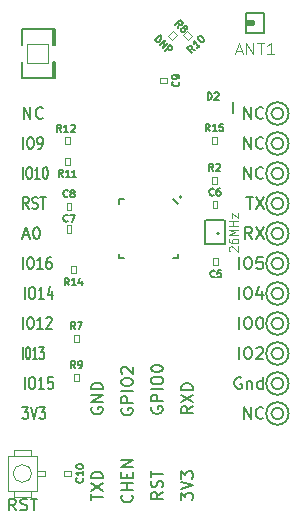
<source format=gto>
%TF.GenerationSoftware,KiCad,Pcbnew,4.0.6*%
%TF.CreationDate,2017-10-26T23:28:33-04:00*%
%TF.ProjectId,ESP8285Lite,455350383238354C6974652E6B696361,rev?*%
%TF.FileFunction,Legend,Top*%
%FSLAX46Y46*%
G04 Gerber Fmt 4.6, Leading zero omitted, Abs format (unit mm)*
G04 Created by KiCad (PCBNEW 4.0.6) date 10/26/17 23:28:33*
%MOMM*%
%LPD*%
G01*
G04 APERTURE LIST*
%ADD10C,0.127000*%
%ADD11C,0.200000*%
%ADD12C,0.175000*%
%ADD13C,0.150000*%
%ADD14C,0.381000*%
%ADD15C,0.066040*%
%ADD16C,0.203200*%
%ADD17C,0.099060*%
%ADD18C,0.100000*%
%ADD19C,0.050000*%
G04 APERTURE END LIST*
D10*
D11*
X147772381Y-111156666D02*
X147296190Y-111490000D01*
X147772381Y-111728095D02*
X146772381Y-111728095D01*
X146772381Y-111347142D01*
X146820000Y-111251904D01*
X146867619Y-111204285D01*
X146962857Y-111156666D01*
X147105714Y-111156666D01*
X147200952Y-111204285D01*
X147248571Y-111251904D01*
X147296190Y-111347142D01*
X147296190Y-111728095D01*
X146772381Y-110823333D02*
X147772381Y-110156666D01*
X146772381Y-110156666D02*
X147772381Y-110823333D01*
X147772381Y-109775714D02*
X146772381Y-109775714D01*
X146772381Y-109537619D01*
X146820000Y-109394761D01*
X146915238Y-109299523D01*
X147010476Y-109251904D01*
X147200952Y-109204285D01*
X147343810Y-109204285D01*
X147534286Y-109251904D01*
X147629524Y-109299523D01*
X147724762Y-109394761D01*
X147772381Y-109537619D01*
X147772381Y-109775714D01*
X144280000Y-111204190D02*
X144232381Y-111299428D01*
X144232381Y-111442285D01*
X144280000Y-111585143D01*
X144375238Y-111680381D01*
X144470476Y-111728000D01*
X144660952Y-111775619D01*
X144803810Y-111775619D01*
X144994286Y-111728000D01*
X145089524Y-111680381D01*
X145184762Y-111585143D01*
X145232381Y-111442285D01*
X145232381Y-111347047D01*
X145184762Y-111204190D01*
X145137143Y-111156571D01*
X144803810Y-111156571D01*
X144803810Y-111347047D01*
X145232381Y-110728000D02*
X144232381Y-110728000D01*
X144232381Y-110347047D01*
X144280000Y-110251809D01*
X144327619Y-110204190D01*
X144422857Y-110156571D01*
X144565714Y-110156571D01*
X144660952Y-110204190D01*
X144708571Y-110251809D01*
X144756190Y-110347047D01*
X144756190Y-110728000D01*
X145232381Y-109728000D02*
X144232381Y-109728000D01*
X144232381Y-109061334D02*
X144232381Y-108870857D01*
X144280000Y-108775619D01*
X144375238Y-108680381D01*
X144565714Y-108632762D01*
X144899048Y-108632762D01*
X145089524Y-108680381D01*
X145184762Y-108775619D01*
X145232381Y-108870857D01*
X145232381Y-109061334D01*
X145184762Y-109156572D01*
X145089524Y-109251810D01*
X144899048Y-109299429D01*
X144565714Y-109299429D01*
X144375238Y-109251810D01*
X144280000Y-109156572D01*
X144232381Y-109061334D01*
X144232381Y-108013715D02*
X144232381Y-107918476D01*
X144280000Y-107823238D01*
X144327619Y-107775619D01*
X144422857Y-107728000D01*
X144613333Y-107680381D01*
X144851429Y-107680381D01*
X145041905Y-107728000D01*
X145137143Y-107775619D01*
X145184762Y-107823238D01*
X145232381Y-107918476D01*
X145232381Y-108013715D01*
X145184762Y-108108953D01*
X145137143Y-108156572D01*
X145041905Y-108204191D01*
X144851429Y-108251810D01*
X144613333Y-108251810D01*
X144422857Y-108204191D01*
X144327619Y-108156572D01*
X144280000Y-108108953D01*
X144232381Y-108013715D01*
X141740000Y-111331190D02*
X141692381Y-111426428D01*
X141692381Y-111569285D01*
X141740000Y-111712143D01*
X141835238Y-111807381D01*
X141930476Y-111855000D01*
X142120952Y-111902619D01*
X142263810Y-111902619D01*
X142454286Y-111855000D01*
X142549524Y-111807381D01*
X142644762Y-111712143D01*
X142692381Y-111569285D01*
X142692381Y-111474047D01*
X142644762Y-111331190D01*
X142597143Y-111283571D01*
X142263810Y-111283571D01*
X142263810Y-111474047D01*
X142692381Y-110855000D02*
X141692381Y-110855000D01*
X141692381Y-110474047D01*
X141740000Y-110378809D01*
X141787619Y-110331190D01*
X141882857Y-110283571D01*
X142025714Y-110283571D01*
X142120952Y-110331190D01*
X142168571Y-110378809D01*
X142216190Y-110474047D01*
X142216190Y-110855000D01*
X142692381Y-109855000D02*
X141692381Y-109855000D01*
X141692381Y-109188334D02*
X141692381Y-108997857D01*
X141740000Y-108902619D01*
X141835238Y-108807381D01*
X142025714Y-108759762D01*
X142359048Y-108759762D01*
X142549524Y-108807381D01*
X142644762Y-108902619D01*
X142692381Y-108997857D01*
X142692381Y-109188334D01*
X142644762Y-109283572D01*
X142549524Y-109378810D01*
X142359048Y-109426429D01*
X142025714Y-109426429D01*
X141835238Y-109378810D01*
X141740000Y-109283572D01*
X141692381Y-109188334D01*
X141787619Y-108378810D02*
X141740000Y-108331191D01*
X141692381Y-108235953D01*
X141692381Y-107997857D01*
X141740000Y-107902619D01*
X141787619Y-107855000D01*
X141882857Y-107807381D01*
X141978095Y-107807381D01*
X142120952Y-107855000D01*
X142692381Y-108426429D01*
X142692381Y-107807381D01*
X139200000Y-111251904D02*
X139152381Y-111347142D01*
X139152381Y-111489999D01*
X139200000Y-111632857D01*
X139295238Y-111728095D01*
X139390476Y-111775714D01*
X139580952Y-111823333D01*
X139723810Y-111823333D01*
X139914286Y-111775714D01*
X140009524Y-111728095D01*
X140104762Y-111632857D01*
X140152381Y-111489999D01*
X140152381Y-111394761D01*
X140104762Y-111251904D01*
X140057143Y-111204285D01*
X139723810Y-111204285D01*
X139723810Y-111394761D01*
X140152381Y-110775714D02*
X139152381Y-110775714D01*
X140152381Y-110204285D01*
X139152381Y-110204285D01*
X140152381Y-109728095D02*
X139152381Y-109728095D01*
X139152381Y-109490000D01*
X139200000Y-109347142D01*
X139295238Y-109251904D01*
X139390476Y-109204285D01*
X139580952Y-109156666D01*
X139723810Y-109156666D01*
X139914286Y-109204285D01*
X140009524Y-109251904D01*
X140104762Y-109347142D01*
X140152381Y-109490000D01*
X140152381Y-109728095D01*
X139152381Y-119117905D02*
X139152381Y-118546476D01*
X140152381Y-118832191D02*
X139152381Y-118832191D01*
X139152381Y-118308381D02*
X140152381Y-117641714D01*
X139152381Y-117641714D02*
X140152381Y-118308381D01*
X140152381Y-117260762D02*
X139152381Y-117260762D01*
X139152381Y-117022667D01*
X139200000Y-116879809D01*
X139295238Y-116784571D01*
X139390476Y-116736952D01*
X139580952Y-116689333D01*
X139723810Y-116689333D01*
X139914286Y-116736952D01*
X140009524Y-116784571D01*
X140104762Y-116879809D01*
X140152381Y-117022667D01*
X140152381Y-117260762D01*
X142597143Y-118665476D02*
X142644762Y-118713095D01*
X142692381Y-118855952D01*
X142692381Y-118951190D01*
X142644762Y-119094048D01*
X142549524Y-119189286D01*
X142454286Y-119236905D01*
X142263810Y-119284524D01*
X142120952Y-119284524D01*
X141930476Y-119236905D01*
X141835238Y-119189286D01*
X141740000Y-119094048D01*
X141692381Y-118951190D01*
X141692381Y-118855952D01*
X141740000Y-118713095D01*
X141787619Y-118665476D01*
X142692381Y-118236905D02*
X141692381Y-118236905D01*
X142168571Y-118236905D02*
X142168571Y-117665476D01*
X142692381Y-117665476D02*
X141692381Y-117665476D01*
X142168571Y-117189286D02*
X142168571Y-116855952D01*
X142692381Y-116713095D02*
X142692381Y-117189286D01*
X141692381Y-117189286D01*
X141692381Y-116713095D01*
X142692381Y-116284524D02*
X141692381Y-116284524D01*
X142692381Y-115713095D01*
X141692381Y-115713095D01*
X146772381Y-119094095D02*
X146772381Y-118475047D01*
X147153333Y-118808381D01*
X147153333Y-118665523D01*
X147200952Y-118570285D01*
X147248571Y-118522666D01*
X147343810Y-118475047D01*
X147581905Y-118475047D01*
X147677143Y-118522666D01*
X147724762Y-118570285D01*
X147772381Y-118665523D01*
X147772381Y-118951238D01*
X147724762Y-119046476D01*
X147677143Y-119094095D01*
X146772381Y-118189333D02*
X147772381Y-117856000D01*
X146772381Y-117522666D01*
X146772381Y-117284571D02*
X146772381Y-116665523D01*
X147153333Y-116998857D01*
X147153333Y-116855999D01*
X147200952Y-116760761D01*
X147248571Y-116713142D01*
X147343810Y-116665523D01*
X147581905Y-116665523D01*
X147677143Y-116713142D01*
X147724762Y-116760761D01*
X147772381Y-116855999D01*
X147772381Y-117141714D01*
X147724762Y-117236952D01*
X147677143Y-117284571D01*
X145232381Y-118403619D02*
X144756190Y-118736953D01*
X145232381Y-118975048D02*
X144232381Y-118975048D01*
X144232381Y-118594095D01*
X144280000Y-118498857D01*
X144327619Y-118451238D01*
X144422857Y-118403619D01*
X144565714Y-118403619D01*
X144660952Y-118451238D01*
X144708571Y-118498857D01*
X144756190Y-118594095D01*
X144756190Y-118975048D01*
X145184762Y-118022667D02*
X145232381Y-117879810D01*
X145232381Y-117641714D01*
X145184762Y-117546476D01*
X145137143Y-117498857D01*
X145041905Y-117451238D01*
X144946667Y-117451238D01*
X144851429Y-117498857D01*
X144803810Y-117546476D01*
X144756190Y-117641714D01*
X144708571Y-117832191D01*
X144660952Y-117927429D01*
X144613333Y-117975048D01*
X144518095Y-118022667D01*
X144422857Y-118022667D01*
X144327619Y-117975048D01*
X144280000Y-117927429D01*
X144232381Y-117832191D01*
X144232381Y-117594095D01*
X144280000Y-117451238D01*
X144232381Y-117165524D02*
X144232381Y-116594095D01*
X145232381Y-116879810D02*
X144232381Y-116879810D01*
X133461095Y-86812381D02*
X133461095Y-85812381D01*
X134032524Y-86812381D01*
X134032524Y-85812381D01*
X135080143Y-86717143D02*
X135032524Y-86764762D01*
X134889667Y-86812381D01*
X134794429Y-86812381D01*
X134651571Y-86764762D01*
X134556333Y-86669524D01*
X134508714Y-86574286D01*
X134461095Y-86383810D01*
X134461095Y-86240952D01*
X134508714Y-86050476D01*
X134556333Y-85955238D01*
X134651571Y-85860000D01*
X134794429Y-85812381D01*
X134889667Y-85812381D01*
X135032524Y-85860000D01*
X135080143Y-85907619D01*
X133413476Y-89352381D02*
X133413476Y-88352381D01*
X133946809Y-88352381D02*
X134099190Y-88352381D01*
X134175381Y-88400000D01*
X134251571Y-88495238D01*
X134289666Y-88685714D01*
X134289666Y-89019048D01*
X134251571Y-89209524D01*
X134175381Y-89304762D01*
X134099190Y-89352381D01*
X133946809Y-89352381D01*
X133870619Y-89304762D01*
X133794428Y-89209524D01*
X133756333Y-89019048D01*
X133756333Y-88685714D01*
X133794428Y-88495238D01*
X133870619Y-88400000D01*
X133946809Y-88352381D01*
X134670618Y-89352381D02*
X134822999Y-89352381D01*
X134899190Y-89304762D01*
X134937285Y-89257143D01*
X135013476Y-89114286D01*
X135051571Y-88923810D01*
X135051571Y-88542857D01*
X135013476Y-88447619D01*
X134975380Y-88400000D01*
X134899190Y-88352381D01*
X134746809Y-88352381D01*
X134670618Y-88400000D01*
X134632523Y-88447619D01*
X134594428Y-88542857D01*
X134594428Y-88780952D01*
X134632523Y-88876190D01*
X134670618Y-88923810D01*
X134746809Y-88971429D01*
X134899190Y-88971429D01*
X134975380Y-88923810D01*
X135013476Y-88876190D01*
X135051571Y-88780952D01*
D12*
X133389667Y-91892381D02*
X133389667Y-90892381D01*
X133856333Y-90892381D02*
X133989666Y-90892381D01*
X134056333Y-90940000D01*
X134123000Y-91035238D01*
X134156333Y-91225714D01*
X134156333Y-91559048D01*
X134123000Y-91749524D01*
X134056333Y-91844762D01*
X133989666Y-91892381D01*
X133856333Y-91892381D01*
X133789666Y-91844762D01*
X133723000Y-91749524D01*
X133689666Y-91559048D01*
X133689666Y-91225714D01*
X133723000Y-91035238D01*
X133789666Y-90940000D01*
X133856333Y-90892381D01*
X134822999Y-91892381D02*
X134422999Y-91892381D01*
X134622999Y-91892381D02*
X134622999Y-90892381D01*
X134556333Y-91035238D01*
X134489666Y-91130476D01*
X134422999Y-91178095D01*
X135256333Y-90892381D02*
X135323000Y-90892381D01*
X135389666Y-90940000D01*
X135423000Y-90987619D01*
X135456333Y-91082857D01*
X135489666Y-91273333D01*
X135489666Y-91511429D01*
X135456333Y-91701905D01*
X135423000Y-91797143D01*
X135389666Y-91844762D01*
X135323000Y-91892381D01*
X135256333Y-91892381D01*
X135189666Y-91844762D01*
X135156333Y-91797143D01*
X135123000Y-91701905D01*
X135089666Y-91511429D01*
X135089666Y-91273333D01*
X135123000Y-91082857D01*
X135156333Y-90987619D01*
X135189666Y-90940000D01*
X135256333Y-90892381D01*
D11*
X133337286Y-111212381D02*
X133832524Y-111212381D01*
X133565857Y-111593333D01*
X133680143Y-111593333D01*
X133756333Y-111640952D01*
X133794429Y-111688571D01*
X133832524Y-111783810D01*
X133832524Y-112021905D01*
X133794429Y-112117143D01*
X133756333Y-112164762D01*
X133680143Y-112212381D01*
X133451571Y-112212381D01*
X133375381Y-112164762D01*
X133337286Y-112117143D01*
X134061095Y-111212381D02*
X134327762Y-112212381D01*
X134594429Y-111212381D01*
X134784905Y-111212381D02*
X135280143Y-111212381D01*
X135013476Y-111593333D01*
X135127762Y-111593333D01*
X135203952Y-111640952D01*
X135242048Y-111688571D01*
X135280143Y-111783810D01*
X135280143Y-112021905D01*
X135242048Y-112117143D01*
X135203952Y-112164762D01*
X135127762Y-112212381D01*
X134899190Y-112212381D01*
X134823000Y-112164762D01*
X134784905Y-112117143D01*
X133540476Y-109672381D02*
X133540476Y-108672381D01*
X134073809Y-108672381D02*
X134226190Y-108672381D01*
X134302381Y-108720000D01*
X134378571Y-108815238D01*
X134416666Y-109005714D01*
X134416666Y-109339048D01*
X134378571Y-109529524D01*
X134302381Y-109624762D01*
X134226190Y-109672381D01*
X134073809Y-109672381D01*
X133997619Y-109624762D01*
X133921428Y-109529524D01*
X133883333Y-109339048D01*
X133883333Y-109005714D01*
X133921428Y-108815238D01*
X133997619Y-108720000D01*
X134073809Y-108672381D01*
X135178571Y-109672381D02*
X134721428Y-109672381D01*
X134949999Y-109672381D02*
X134949999Y-108672381D01*
X134873809Y-108815238D01*
X134797618Y-108910476D01*
X134721428Y-108958095D01*
X135902381Y-108672381D02*
X135521428Y-108672381D01*
X135483333Y-109148571D01*
X135521428Y-109100952D01*
X135597619Y-109053333D01*
X135788095Y-109053333D01*
X135864285Y-109100952D01*
X135902381Y-109148571D01*
X135940476Y-109243810D01*
X135940476Y-109481905D01*
X135902381Y-109577143D01*
X135864285Y-109624762D01*
X135788095Y-109672381D01*
X135597619Y-109672381D01*
X135521428Y-109624762D01*
X135483333Y-109577143D01*
D13*
X133365857Y-107132381D02*
X133365857Y-106132381D01*
X133765857Y-106132381D02*
X133880143Y-106132381D01*
X133937285Y-106180000D01*
X133994428Y-106275238D01*
X134023000Y-106465714D01*
X134023000Y-106799048D01*
X133994428Y-106989524D01*
X133937285Y-107084762D01*
X133880143Y-107132381D01*
X133765857Y-107132381D01*
X133708714Y-107084762D01*
X133651571Y-106989524D01*
X133623000Y-106799048D01*
X133623000Y-106465714D01*
X133651571Y-106275238D01*
X133708714Y-106180000D01*
X133765857Y-106132381D01*
X134594428Y-107132381D02*
X134251571Y-107132381D01*
X134422999Y-107132381D02*
X134422999Y-106132381D01*
X134365856Y-106275238D01*
X134308714Y-106370476D01*
X134251571Y-106418095D01*
X134794428Y-106132381D02*
X135165857Y-106132381D01*
X134965857Y-106513333D01*
X135051571Y-106513333D01*
X135108714Y-106560952D01*
X135137285Y-106608571D01*
X135165857Y-106703810D01*
X135165857Y-106941905D01*
X135137285Y-107037143D01*
X135108714Y-107084762D01*
X135051571Y-107132381D01*
X134880143Y-107132381D01*
X134823000Y-107084762D01*
X134794428Y-107037143D01*
D11*
X133413476Y-104592381D02*
X133413476Y-103592381D01*
X133946809Y-103592381D02*
X134099190Y-103592381D01*
X134175381Y-103640000D01*
X134251571Y-103735238D01*
X134289666Y-103925714D01*
X134289666Y-104259048D01*
X134251571Y-104449524D01*
X134175381Y-104544762D01*
X134099190Y-104592381D01*
X133946809Y-104592381D01*
X133870619Y-104544762D01*
X133794428Y-104449524D01*
X133756333Y-104259048D01*
X133756333Y-103925714D01*
X133794428Y-103735238D01*
X133870619Y-103640000D01*
X133946809Y-103592381D01*
X135051571Y-104592381D02*
X134594428Y-104592381D01*
X134822999Y-104592381D02*
X134822999Y-103592381D01*
X134746809Y-103735238D01*
X134670618Y-103830476D01*
X134594428Y-103878095D01*
X135356333Y-103687619D02*
X135394428Y-103640000D01*
X135470619Y-103592381D01*
X135661095Y-103592381D01*
X135737285Y-103640000D01*
X135775381Y-103687619D01*
X135813476Y-103782857D01*
X135813476Y-103878095D01*
X135775381Y-104020952D01*
X135318238Y-104592381D01*
X135813476Y-104592381D01*
X133540476Y-102052381D02*
X133540476Y-101052381D01*
X134073809Y-101052381D02*
X134226190Y-101052381D01*
X134302381Y-101100000D01*
X134378571Y-101195238D01*
X134416666Y-101385714D01*
X134416666Y-101719048D01*
X134378571Y-101909524D01*
X134302381Y-102004762D01*
X134226190Y-102052381D01*
X134073809Y-102052381D01*
X133997619Y-102004762D01*
X133921428Y-101909524D01*
X133883333Y-101719048D01*
X133883333Y-101385714D01*
X133921428Y-101195238D01*
X133997619Y-101100000D01*
X134073809Y-101052381D01*
X135178571Y-102052381D02*
X134721428Y-102052381D01*
X134949999Y-102052381D02*
X134949999Y-101052381D01*
X134873809Y-101195238D01*
X134797618Y-101290476D01*
X134721428Y-101338095D01*
X135864285Y-101385714D02*
X135864285Y-102052381D01*
X135673809Y-101004762D02*
X135483333Y-101719048D01*
X135978571Y-101719048D01*
X133413476Y-99512381D02*
X133413476Y-98512381D01*
X133946809Y-98512381D02*
X134099190Y-98512381D01*
X134175381Y-98560000D01*
X134251571Y-98655238D01*
X134289666Y-98845714D01*
X134289666Y-99179048D01*
X134251571Y-99369524D01*
X134175381Y-99464762D01*
X134099190Y-99512381D01*
X133946809Y-99512381D01*
X133870619Y-99464762D01*
X133794428Y-99369524D01*
X133756333Y-99179048D01*
X133756333Y-98845714D01*
X133794428Y-98655238D01*
X133870619Y-98560000D01*
X133946809Y-98512381D01*
X135051571Y-99512381D02*
X134594428Y-99512381D01*
X134822999Y-99512381D02*
X134822999Y-98512381D01*
X134746809Y-98655238D01*
X134670618Y-98750476D01*
X134594428Y-98798095D01*
X135737285Y-98512381D02*
X135584904Y-98512381D01*
X135508714Y-98560000D01*
X135470619Y-98607619D01*
X135394428Y-98750476D01*
X135356333Y-98940952D01*
X135356333Y-99321905D01*
X135394428Y-99417143D01*
X135432523Y-99464762D01*
X135508714Y-99512381D01*
X135661095Y-99512381D01*
X135737285Y-99464762D01*
X135775381Y-99417143D01*
X135813476Y-99321905D01*
X135813476Y-99083810D01*
X135775381Y-98988571D01*
X135737285Y-98940952D01*
X135661095Y-98893333D01*
X135508714Y-98893333D01*
X135432523Y-98940952D01*
X135394428Y-98988571D01*
X135356333Y-99083810D01*
X133413476Y-96686667D02*
X133889667Y-96686667D01*
X133318238Y-96972381D02*
X133651571Y-95972381D01*
X133984905Y-96972381D01*
X134508714Y-95972381D02*
X134603953Y-95972381D01*
X134699191Y-96020000D01*
X134746810Y-96067619D01*
X134794429Y-96162857D01*
X134842048Y-96353333D01*
X134842048Y-96591429D01*
X134794429Y-96781905D01*
X134746810Y-96877143D01*
X134699191Y-96924762D01*
X134603953Y-96972381D01*
X134508714Y-96972381D01*
X134413476Y-96924762D01*
X134365857Y-96877143D01*
X134318238Y-96781905D01*
X134270619Y-96591429D01*
X134270619Y-96353333D01*
X134318238Y-96162857D01*
X134365857Y-96067619D01*
X134413476Y-96020000D01*
X134508714Y-95972381D01*
X133870619Y-94432381D02*
X133603952Y-93956190D01*
X133413476Y-94432381D02*
X133413476Y-93432381D01*
X133718238Y-93432381D01*
X133794429Y-93480000D01*
X133832524Y-93527619D01*
X133870619Y-93622857D01*
X133870619Y-93765714D01*
X133832524Y-93860952D01*
X133794429Y-93908571D01*
X133718238Y-93956190D01*
X133413476Y-93956190D01*
X134175381Y-94384762D02*
X134289667Y-94432381D01*
X134480143Y-94432381D01*
X134556333Y-94384762D01*
X134594429Y-94337143D01*
X134632524Y-94241905D01*
X134632524Y-94146667D01*
X134594429Y-94051429D01*
X134556333Y-94003810D01*
X134480143Y-93956190D01*
X134327762Y-93908571D01*
X134251571Y-93860952D01*
X134213476Y-93813333D01*
X134175381Y-93718095D01*
X134175381Y-93622857D01*
X134213476Y-93527619D01*
X134251571Y-93480000D01*
X134327762Y-93432381D01*
X134518238Y-93432381D01*
X134632524Y-93480000D01*
X134861095Y-93432381D02*
X135318238Y-93432381D01*
X135089667Y-94432381D02*
X135089667Y-93432381D01*
X152114476Y-112212381D02*
X152114476Y-111212381D01*
X152685905Y-112212381D01*
X152685905Y-111212381D01*
X153733524Y-112117143D02*
X153685905Y-112164762D01*
X153543048Y-112212381D01*
X153447810Y-112212381D01*
X153304952Y-112164762D01*
X153209714Y-112069524D01*
X153162095Y-111974286D01*
X153114476Y-111783810D01*
X153114476Y-111640952D01*
X153162095Y-111450476D01*
X153209714Y-111355238D01*
X153304952Y-111260000D01*
X153447810Y-111212381D01*
X153543048Y-111212381D01*
X153685905Y-111260000D01*
X153733524Y-111307619D01*
X151876381Y-108720000D02*
X151781143Y-108672381D01*
X151638286Y-108672381D01*
X151495428Y-108720000D01*
X151400190Y-108815238D01*
X151352571Y-108910476D01*
X151304952Y-109100952D01*
X151304952Y-109243810D01*
X151352571Y-109434286D01*
X151400190Y-109529524D01*
X151495428Y-109624762D01*
X151638286Y-109672381D01*
X151733524Y-109672381D01*
X151876381Y-109624762D01*
X151924000Y-109577143D01*
X151924000Y-109243810D01*
X151733524Y-109243810D01*
X152352571Y-109005714D02*
X152352571Y-109672381D01*
X152352571Y-109100952D02*
X152400190Y-109053333D01*
X152495428Y-109005714D01*
X152638286Y-109005714D01*
X152733524Y-109053333D01*
X152781143Y-109148571D01*
X152781143Y-109672381D01*
X153685905Y-109672381D02*
X153685905Y-108672381D01*
X153685905Y-109624762D02*
X153590667Y-109672381D01*
X153400190Y-109672381D01*
X153304952Y-109624762D01*
X153257333Y-109577143D01*
X153209714Y-109481905D01*
X153209714Y-109196190D01*
X153257333Y-109100952D01*
X153304952Y-109053333D01*
X153400190Y-109005714D01*
X153590667Y-109005714D01*
X153685905Y-109053333D01*
X151685905Y-107132381D02*
X151685905Y-106132381D01*
X152352571Y-106132381D02*
X152543048Y-106132381D01*
X152638286Y-106180000D01*
X152733524Y-106275238D01*
X152781143Y-106465714D01*
X152781143Y-106799048D01*
X152733524Y-106989524D01*
X152638286Y-107084762D01*
X152543048Y-107132381D01*
X152352571Y-107132381D01*
X152257333Y-107084762D01*
X152162095Y-106989524D01*
X152114476Y-106799048D01*
X152114476Y-106465714D01*
X152162095Y-106275238D01*
X152257333Y-106180000D01*
X152352571Y-106132381D01*
X153162095Y-106227619D02*
X153209714Y-106180000D01*
X153304952Y-106132381D01*
X153543048Y-106132381D01*
X153638286Y-106180000D01*
X153685905Y-106227619D01*
X153733524Y-106322857D01*
X153733524Y-106418095D01*
X153685905Y-106560952D01*
X153114476Y-107132381D01*
X153733524Y-107132381D01*
X151685905Y-104592381D02*
X151685905Y-103592381D01*
X152352571Y-103592381D02*
X152543048Y-103592381D01*
X152638286Y-103640000D01*
X152733524Y-103735238D01*
X152781143Y-103925714D01*
X152781143Y-104259048D01*
X152733524Y-104449524D01*
X152638286Y-104544762D01*
X152543048Y-104592381D01*
X152352571Y-104592381D01*
X152257333Y-104544762D01*
X152162095Y-104449524D01*
X152114476Y-104259048D01*
X152114476Y-103925714D01*
X152162095Y-103735238D01*
X152257333Y-103640000D01*
X152352571Y-103592381D01*
X153400190Y-103592381D02*
X153495429Y-103592381D01*
X153590667Y-103640000D01*
X153638286Y-103687619D01*
X153685905Y-103782857D01*
X153733524Y-103973333D01*
X153733524Y-104211429D01*
X153685905Y-104401905D01*
X153638286Y-104497143D01*
X153590667Y-104544762D01*
X153495429Y-104592381D01*
X153400190Y-104592381D01*
X153304952Y-104544762D01*
X153257333Y-104497143D01*
X153209714Y-104401905D01*
X153162095Y-104211429D01*
X153162095Y-103973333D01*
X153209714Y-103782857D01*
X153257333Y-103687619D01*
X153304952Y-103640000D01*
X153400190Y-103592381D01*
X151685905Y-102052381D02*
X151685905Y-101052381D01*
X152352571Y-101052381D02*
X152543048Y-101052381D01*
X152638286Y-101100000D01*
X152733524Y-101195238D01*
X152781143Y-101385714D01*
X152781143Y-101719048D01*
X152733524Y-101909524D01*
X152638286Y-102004762D01*
X152543048Y-102052381D01*
X152352571Y-102052381D01*
X152257333Y-102004762D01*
X152162095Y-101909524D01*
X152114476Y-101719048D01*
X152114476Y-101385714D01*
X152162095Y-101195238D01*
X152257333Y-101100000D01*
X152352571Y-101052381D01*
X153638286Y-101385714D02*
X153638286Y-102052381D01*
X153400190Y-101004762D02*
X153162095Y-101719048D01*
X153781143Y-101719048D01*
X151685905Y-99512381D02*
X151685905Y-98512381D01*
X152352571Y-98512381D02*
X152543048Y-98512381D01*
X152638286Y-98560000D01*
X152733524Y-98655238D01*
X152781143Y-98845714D01*
X152781143Y-99179048D01*
X152733524Y-99369524D01*
X152638286Y-99464762D01*
X152543048Y-99512381D01*
X152352571Y-99512381D01*
X152257333Y-99464762D01*
X152162095Y-99369524D01*
X152114476Y-99179048D01*
X152114476Y-98845714D01*
X152162095Y-98655238D01*
X152257333Y-98560000D01*
X152352571Y-98512381D01*
X153685905Y-98512381D02*
X153209714Y-98512381D01*
X153162095Y-98988571D01*
X153209714Y-98940952D01*
X153304952Y-98893333D01*
X153543048Y-98893333D01*
X153638286Y-98940952D01*
X153685905Y-98988571D01*
X153733524Y-99083810D01*
X153733524Y-99321905D01*
X153685905Y-99417143D01*
X153638286Y-99464762D01*
X153543048Y-99512381D01*
X153304952Y-99512381D01*
X153209714Y-99464762D01*
X153162095Y-99417143D01*
X152781143Y-96972381D02*
X152447809Y-96496190D01*
X152209714Y-96972381D02*
X152209714Y-95972381D01*
X152590667Y-95972381D01*
X152685905Y-96020000D01*
X152733524Y-96067619D01*
X152781143Y-96162857D01*
X152781143Y-96305714D01*
X152733524Y-96400952D01*
X152685905Y-96448571D01*
X152590667Y-96496190D01*
X152209714Y-96496190D01*
X153114476Y-95972381D02*
X153781143Y-96972381D01*
X153781143Y-95972381D02*
X153114476Y-96972381D01*
X152304952Y-93432381D02*
X152876381Y-93432381D01*
X152590666Y-94432381D02*
X152590666Y-93432381D01*
X153114476Y-93432381D02*
X153781143Y-94432381D01*
X153781143Y-93432381D02*
X153114476Y-94432381D01*
X152114476Y-91892381D02*
X152114476Y-90892381D01*
X152685905Y-91892381D01*
X152685905Y-90892381D01*
X153733524Y-91797143D02*
X153685905Y-91844762D01*
X153543048Y-91892381D01*
X153447810Y-91892381D01*
X153304952Y-91844762D01*
X153209714Y-91749524D01*
X153162095Y-91654286D01*
X153114476Y-91463810D01*
X153114476Y-91320952D01*
X153162095Y-91130476D01*
X153209714Y-91035238D01*
X153304952Y-90940000D01*
X153447810Y-90892381D01*
X153543048Y-90892381D01*
X153685905Y-90940000D01*
X153733524Y-90987619D01*
X152114476Y-89352381D02*
X152114476Y-88352381D01*
X152685905Y-89352381D01*
X152685905Y-88352381D01*
X153733524Y-89257143D02*
X153685905Y-89304762D01*
X153543048Y-89352381D01*
X153447810Y-89352381D01*
X153304952Y-89304762D01*
X153209714Y-89209524D01*
X153162095Y-89114286D01*
X153114476Y-88923810D01*
X153114476Y-88780952D01*
X153162095Y-88590476D01*
X153209714Y-88495238D01*
X153304952Y-88400000D01*
X153447810Y-88352381D01*
X153543048Y-88352381D01*
X153685905Y-88400000D01*
X153733524Y-88447619D01*
X152114476Y-86812381D02*
X152114476Y-85812381D01*
X152685905Y-86812381D01*
X152685905Y-85812381D01*
X153733524Y-86717143D02*
X153685905Y-86764762D01*
X153543048Y-86812381D01*
X153447810Y-86812381D01*
X153304952Y-86764762D01*
X153209714Y-86669524D01*
X153162095Y-86574286D01*
X153114476Y-86383810D01*
X153114476Y-86240952D01*
X153162095Y-86050476D01*
X153209714Y-85955238D01*
X153304952Y-85860000D01*
X153447810Y-85812381D01*
X153543048Y-85812381D01*
X153685905Y-85860000D01*
X153733524Y-85907619D01*
D10*
X151193500Y-85377020D02*
X151193500Y-86326980D01*
X155448000Y-111760000D02*
G75*
G03X155448000Y-111760000I-508000J0D01*
G01*
X155892500Y-111760000D02*
G75*
G03X155892500Y-111760000I-952500J0D01*
G01*
X155892500Y-109220000D02*
G75*
G03X155892500Y-109220000I-952500J0D01*
G01*
X155892500Y-106680000D02*
G75*
G03X155892500Y-106680000I-952500J0D01*
G01*
X155892500Y-104140000D02*
G75*
G03X155892500Y-104140000I-952500J0D01*
G01*
X155892500Y-101600000D02*
G75*
G03X155892500Y-101600000I-952500J0D01*
G01*
X155892500Y-99060000D02*
G75*
G03X155892500Y-99060000I-952500J0D01*
G01*
X155892500Y-96520000D02*
G75*
G03X155892500Y-96520000I-952500J0D01*
G01*
X155892500Y-93980000D02*
G75*
G03X155892500Y-93980000I-952500J0D01*
G01*
X155892500Y-91440000D02*
G75*
G03X155892500Y-91440000I-952500J0D01*
G01*
X155892500Y-88900000D02*
G75*
G03X155892500Y-88900000I-952500J0D01*
G01*
X155892500Y-86360000D02*
G75*
G03X155892500Y-86360000I-952500J0D01*
G01*
X155448000Y-109220000D02*
G75*
G03X155448000Y-109220000I-508000J0D01*
G01*
X155448000Y-106680000D02*
G75*
G03X155448000Y-106680000I-508000J0D01*
G01*
X155448000Y-104140000D02*
G75*
G03X155448000Y-104140000I-508000J0D01*
G01*
X155448000Y-101600000D02*
G75*
G03X155448000Y-101600000I-508000J0D01*
G01*
X155448000Y-99060000D02*
G75*
G03X155448000Y-99060000I-508000J0D01*
G01*
X155448000Y-96520000D02*
G75*
G03X155448000Y-96520000I-508000J0D01*
G01*
X155448000Y-93980000D02*
G75*
G03X155448000Y-93980000I-508000J0D01*
G01*
X155448000Y-91440000D02*
G75*
G03X155448000Y-91440000I-508000J0D01*
G01*
X155448000Y-88900000D02*
G75*
G03X155448000Y-88900000I-508000J0D01*
G01*
X155448000Y-86360000D02*
G75*
G03X155448000Y-86360000I-508000J0D01*
G01*
X148836000Y-97413700D02*
X148836000Y-95356300D01*
X150487000Y-97413700D02*
X150487000Y-95356300D01*
X148886800Y-97413700D02*
X150436200Y-97413700D01*
X148886800Y-95356300D02*
X150436200Y-95356300D01*
X149979000Y-96512000D02*
G75*
G03X149979000Y-96512000I-63500J0D01*
G01*
X152305000Y-77880000D02*
X152305000Y-79580000D01*
X152305000Y-79580000D02*
X153785000Y-79580000D01*
X153785000Y-79580000D02*
X153785000Y-77880000D01*
X153785000Y-77880000D02*
X152305000Y-77880000D01*
D14*
G36*
X152400000Y-78613000D02*
X152781000Y-78613000D01*
X152781000Y-78740000D01*
X152400000Y-78740000D01*
X152400000Y-78613000D01*
G37*
X152400000Y-78613000D02*
X152781000Y-78613000D01*
X152781000Y-78740000D01*
X152400000Y-78740000D01*
X152400000Y-78613000D01*
D10*
X146530060Y-98224340D02*
X146530060Y-98625660D01*
X146530060Y-98625660D02*
X146128740Y-98625660D01*
X141932660Y-98625660D02*
X141531340Y-98625660D01*
X141531340Y-98625660D02*
X141531340Y-98224340D01*
X141531340Y-94028260D02*
X141531340Y-93626940D01*
X141531340Y-93626940D02*
X141932660Y-93626940D01*
X146530060Y-94028260D02*
X146128740Y-93626940D01*
X146847560Y-93444060D02*
G75*
G03X146847560Y-93444060I-99060J0D01*
G01*
D15*
X137723880Y-105709720D02*
X138120120Y-105709720D01*
X138120120Y-105709720D02*
X138120120Y-105110280D01*
X137723880Y-105110280D02*
X138120120Y-105110280D01*
X137723880Y-105709720D02*
X137723880Y-105110280D01*
X137866120Y-99268280D02*
X137469880Y-99268280D01*
X137469880Y-99268280D02*
X137469880Y-99867720D01*
X137866120Y-99867720D02*
X137469880Y-99867720D01*
X137866120Y-99268280D02*
X137866120Y-99867720D01*
X137088880Y-96438720D02*
X137485120Y-96438720D01*
X137485120Y-96438720D02*
X137485120Y-95839280D01*
X137088880Y-95839280D02*
X137485120Y-95839280D01*
X137088880Y-96438720D02*
X137088880Y-95839280D01*
X137723880Y-109011720D02*
X138120120Y-109011720D01*
X138120120Y-109011720D02*
X138120120Y-108412280D01*
X137723880Y-108412280D02*
X138120120Y-108412280D01*
X137723880Y-109011720D02*
X137723880Y-108412280D01*
X149923120Y-98600280D02*
X149526880Y-98600280D01*
X149526880Y-98600280D02*
X149526880Y-99199720D01*
X149923120Y-99199720D02*
X149526880Y-99199720D01*
X149923120Y-98600280D02*
X149923120Y-99199720D01*
X149450240Y-94399720D02*
X149846480Y-94399720D01*
X149846480Y-94399720D02*
X149846480Y-93800280D01*
X149450240Y-93800280D02*
X149846480Y-93800280D01*
X149450240Y-94399720D02*
X149450240Y-93800280D01*
X149407880Y-92299720D02*
X149804120Y-92299720D01*
X149804120Y-92299720D02*
X149804120Y-91700280D01*
X149407880Y-91700280D02*
X149804120Y-91700280D01*
X149407880Y-92299720D02*
X149407880Y-91700280D01*
X149407880Y-88945720D02*
X149804120Y-88945720D01*
X149804120Y-88945720D02*
X149804120Y-88346280D01*
X149407880Y-88346280D02*
X149804120Y-88346280D01*
X149407880Y-88945720D02*
X149407880Y-88346280D01*
X136961880Y-90723720D02*
X137358120Y-90723720D01*
X137358120Y-90723720D02*
X137358120Y-90124280D01*
X136961880Y-90124280D02*
X137358120Y-90124280D01*
X136961880Y-90723720D02*
X136961880Y-90124280D01*
X137358120Y-88346280D02*
X136961880Y-88346280D01*
X136961880Y-88346280D02*
X136961880Y-88945720D01*
X137358120Y-88945720D02*
X136961880Y-88945720D01*
X137358120Y-88346280D02*
X137358120Y-88945720D01*
X133731000Y-82105500D02*
X135509000Y-82105500D01*
X135509000Y-82105500D02*
X135509000Y-80454500D01*
X133731000Y-80454500D02*
X135509000Y-80454500D01*
X133731000Y-82105500D02*
X133731000Y-80454500D01*
D16*
X135917940Y-80581500D02*
X135917940Y-79181960D01*
X135917940Y-79181960D02*
X133322060Y-79181960D01*
X133322060Y-83378040D02*
X135917940Y-83378040D01*
X135917940Y-83378040D02*
X135917940Y-81978500D01*
X133322060Y-80581500D02*
X133322060Y-79181960D01*
X133322060Y-83378040D02*
X133322060Y-81978500D01*
X136019540Y-80581500D02*
X136019540Y-79281020D01*
X136019540Y-83278980D02*
X136019540Y-81978500D01*
X136118600Y-80581500D02*
X136118600Y-79181960D01*
X136118600Y-83378040D02*
X136118600Y-81978500D01*
X136118600Y-79181960D02*
X135917940Y-79181960D01*
X136118600Y-80581500D02*
X135917940Y-80581500D01*
X136118600Y-81978500D02*
X135917940Y-81978500D01*
X136118600Y-83378040D02*
X135917940Y-83378040D01*
D15*
X144988280Y-83367880D02*
X144988280Y-83764120D01*
X144988280Y-83764120D02*
X145587720Y-83764120D01*
X145587720Y-83367880D02*
X145587720Y-83764120D01*
X144988280Y-83367880D02*
X145587720Y-83367880D01*
X145697974Y-79827842D02*
X145978158Y-80108026D01*
X145978158Y-80108026D02*
X146402026Y-79684158D01*
X146121842Y-79403974D02*
X146402026Y-79684158D01*
X145697974Y-79827842D02*
X146121842Y-79403974D01*
X147248158Y-79403974D02*
X146967974Y-79684158D01*
X146967974Y-79684158D02*
X147391842Y-80108026D01*
X147672026Y-79827842D02*
X147391842Y-80108026D01*
X147248158Y-79403974D02*
X147672026Y-79827842D01*
X137088880Y-94533720D02*
X137485120Y-94533720D01*
X137485120Y-94533720D02*
X137485120Y-93934280D01*
X137088880Y-93934280D02*
X137485120Y-93934280D01*
X137088880Y-94533720D02*
X137088880Y-93934280D01*
X136860280Y-116641880D02*
X136860280Y-117038120D01*
X136860280Y-117038120D02*
X137459720Y-117038120D01*
X137459720Y-116641880D02*
X137459720Y-117038120D01*
X136860280Y-116641880D02*
X137459720Y-116641880D01*
X134048500Y-118838980D02*
X134048500Y-118338600D01*
X134048500Y-118338600D02*
X132651500Y-118338600D01*
X132651500Y-118838980D02*
X132651500Y-118338600D01*
X134048500Y-118838980D02*
X132651500Y-118838980D01*
X134048500Y-115341400D02*
X134048500Y-114841020D01*
X134048500Y-114841020D02*
X132651500Y-114841020D01*
X132651500Y-115341400D02*
X132651500Y-114841020D01*
X134048500Y-115341400D02*
X132651500Y-115341400D01*
X135249920Y-117088920D02*
X135249920Y-116591080D01*
X135249920Y-116591080D02*
X134599680Y-116591080D01*
X134599680Y-117088920D02*
X134599680Y-116591080D01*
X135249920Y-117088920D02*
X134599680Y-117088920D01*
D17*
X132100320Y-118338600D02*
X132100320Y-115341400D01*
X132100320Y-115341400D02*
X134599680Y-115341400D01*
X134599680Y-115341400D02*
X134599680Y-118338600D01*
X134599680Y-118338600D02*
X132100320Y-118338600D01*
X134099300Y-116840000D02*
G75*
G03X134099300Y-116840000I-749300J0D01*
G01*
D10*
X149029058Y-85187971D02*
X149029058Y-84578371D01*
X149174201Y-84578371D01*
X149261286Y-84607400D01*
X149319344Y-84665457D01*
X149348372Y-84723514D01*
X149377401Y-84839629D01*
X149377401Y-84926714D01*
X149348372Y-85042829D01*
X149319344Y-85100886D01*
X149261286Y-85158943D01*
X149174201Y-85187971D01*
X149029058Y-85187971D01*
X149609629Y-84636429D02*
X149638658Y-84607400D01*
X149696715Y-84578371D01*
X149841858Y-84578371D01*
X149899915Y-84607400D01*
X149928944Y-84636429D01*
X149957972Y-84694486D01*
X149957972Y-84752543D01*
X149928944Y-84839629D01*
X149580601Y-85187971D01*
X149957972Y-85187971D01*
D18*
X150895095Y-98019134D02*
X150857000Y-97985800D01*
X150818905Y-97919134D01*
X150818905Y-97752467D01*
X150857000Y-97685800D01*
X150895095Y-97652467D01*
X150971286Y-97619134D01*
X151047476Y-97619134D01*
X151161762Y-97652467D01*
X151618905Y-98052467D01*
X151618905Y-97619134D01*
X150818905Y-97019133D02*
X150818905Y-97152467D01*
X150857000Y-97219133D01*
X150895095Y-97252467D01*
X151009381Y-97319133D01*
X151161762Y-97352467D01*
X151466524Y-97352467D01*
X151542714Y-97319133D01*
X151580810Y-97285800D01*
X151618905Y-97219133D01*
X151618905Y-97085800D01*
X151580810Y-97019133D01*
X151542714Y-96985800D01*
X151466524Y-96952467D01*
X151276048Y-96952467D01*
X151199857Y-96985800D01*
X151161762Y-97019133D01*
X151123667Y-97085800D01*
X151123667Y-97219133D01*
X151161762Y-97285800D01*
X151199857Y-97319133D01*
X151276048Y-97352467D01*
X151618905Y-96652466D02*
X150818905Y-96652466D01*
X151390333Y-96419133D01*
X150818905Y-96185800D01*
X151618905Y-96185800D01*
X151618905Y-95852466D02*
X150818905Y-95852466D01*
X151199857Y-95852466D02*
X151199857Y-95452466D01*
X151618905Y-95452466D02*
X150818905Y-95452466D01*
X151085571Y-95185800D02*
X151085571Y-94819133D01*
X151618905Y-95185800D01*
X151618905Y-94819133D01*
D19*
X151415952Y-81065667D02*
X151892143Y-81065667D01*
X151320714Y-81351381D02*
X151654047Y-80351381D01*
X151987381Y-81351381D01*
X152320714Y-81351381D02*
X152320714Y-80351381D01*
X152892143Y-81351381D01*
X152892143Y-80351381D01*
X153225476Y-80351381D02*
X153796905Y-80351381D01*
X153511190Y-81351381D02*
X153511190Y-80351381D01*
X154654048Y-81351381D02*
X154082619Y-81351381D01*
X154368333Y-81351381D02*
X154368333Y-80351381D01*
X154273095Y-80494238D01*
X154177857Y-80589476D01*
X154082619Y-80637095D01*
D10*
X137820401Y-104618971D02*
X137617201Y-104328686D01*
X137472058Y-104618971D02*
X137472058Y-104009371D01*
X137704286Y-104009371D01*
X137762344Y-104038400D01*
X137791372Y-104067429D01*
X137820401Y-104125486D01*
X137820401Y-104212571D01*
X137791372Y-104270629D01*
X137762344Y-104299657D01*
X137704286Y-104328686D01*
X137472058Y-104328686D01*
X138023601Y-104009371D02*
X138430001Y-104009371D01*
X138168744Y-104618971D01*
X137276115Y-100910571D02*
X137072915Y-100620286D01*
X136927772Y-100910571D02*
X136927772Y-100300971D01*
X137160000Y-100300971D01*
X137218058Y-100330000D01*
X137247086Y-100359029D01*
X137276115Y-100417086D01*
X137276115Y-100504171D01*
X137247086Y-100562229D01*
X137218058Y-100591257D01*
X137160000Y-100620286D01*
X136927772Y-100620286D01*
X137856686Y-100910571D02*
X137508343Y-100910571D01*
X137682515Y-100910571D02*
X137682515Y-100300971D01*
X137624458Y-100388057D01*
X137566400Y-100446114D01*
X137508343Y-100475143D01*
X138379200Y-100504171D02*
X138379200Y-100910571D01*
X138234057Y-100271943D02*
X138088914Y-100707371D01*
X138466286Y-100707371D01*
X137185401Y-95467714D02*
X137156372Y-95496743D01*
X137069286Y-95525771D01*
X137011229Y-95525771D01*
X136924144Y-95496743D01*
X136866086Y-95438686D01*
X136837058Y-95380629D01*
X136808029Y-95264514D01*
X136808029Y-95177429D01*
X136837058Y-95061314D01*
X136866086Y-95003257D01*
X136924144Y-94945200D01*
X137011229Y-94916171D01*
X137069286Y-94916171D01*
X137156372Y-94945200D01*
X137185401Y-94974229D01*
X137388601Y-94916171D02*
X137795001Y-94916171D01*
X137533744Y-95525771D01*
X137820401Y-107920971D02*
X137617201Y-107630686D01*
X137472058Y-107920971D02*
X137472058Y-107311371D01*
X137704286Y-107311371D01*
X137762344Y-107340400D01*
X137791372Y-107369429D01*
X137820401Y-107427486D01*
X137820401Y-107514571D01*
X137791372Y-107572629D01*
X137762344Y-107601657D01*
X137704286Y-107630686D01*
X137472058Y-107630686D01*
X138110686Y-107920971D02*
X138226801Y-107920971D01*
X138284858Y-107891943D01*
X138313886Y-107862914D01*
X138371944Y-107775829D01*
X138400972Y-107659714D01*
X138400972Y-107427486D01*
X138371944Y-107369429D01*
X138342915Y-107340400D01*
X138284858Y-107311371D01*
X138168744Y-107311371D01*
X138110686Y-107340400D01*
X138081658Y-107369429D01*
X138052629Y-107427486D01*
X138052629Y-107572629D01*
X138081658Y-107630686D01*
X138110686Y-107659714D01*
X138168744Y-107688743D01*
X138284858Y-107688743D01*
X138342915Y-107659714D01*
X138371944Y-107630686D01*
X138400972Y-107572629D01*
X149623401Y-100184514D02*
X149594372Y-100213543D01*
X149507286Y-100242571D01*
X149449229Y-100242571D01*
X149362144Y-100213543D01*
X149304086Y-100155486D01*
X149275058Y-100097429D01*
X149246029Y-99981314D01*
X149246029Y-99894229D01*
X149275058Y-99778114D01*
X149304086Y-99720057D01*
X149362144Y-99662000D01*
X149449229Y-99632971D01*
X149507286Y-99632971D01*
X149594372Y-99662000D01*
X149623401Y-99691029D01*
X150174944Y-99632971D02*
X149884658Y-99632971D01*
X149855629Y-99923257D01*
X149884658Y-99894229D01*
X149942715Y-99865200D01*
X150087858Y-99865200D01*
X150145915Y-99894229D01*
X150174944Y-99923257D01*
X150203972Y-99981314D01*
X150203972Y-100126457D01*
X150174944Y-100184514D01*
X150145915Y-100213543D01*
X150087858Y-100242571D01*
X149942715Y-100242571D01*
X149884658Y-100213543D01*
X149855629Y-100184514D01*
X149546761Y-93250914D02*
X149517732Y-93279943D01*
X149430646Y-93308971D01*
X149372589Y-93308971D01*
X149285504Y-93279943D01*
X149227446Y-93221886D01*
X149198418Y-93163829D01*
X149169389Y-93047714D01*
X149169389Y-92960629D01*
X149198418Y-92844514D01*
X149227446Y-92786457D01*
X149285504Y-92728400D01*
X149372589Y-92699371D01*
X149430646Y-92699371D01*
X149517732Y-92728400D01*
X149546761Y-92757429D01*
X150069275Y-92699371D02*
X149953161Y-92699371D01*
X149895104Y-92728400D01*
X149866075Y-92757429D01*
X149808018Y-92844514D01*
X149778989Y-92960629D01*
X149778989Y-93192857D01*
X149808018Y-93250914D01*
X149837046Y-93279943D01*
X149895104Y-93308971D01*
X150011218Y-93308971D01*
X150069275Y-93279943D01*
X150098304Y-93250914D01*
X150127332Y-93192857D01*
X150127332Y-93047714D01*
X150098304Y-92989657D01*
X150069275Y-92960629D01*
X150011218Y-92931600D01*
X149895104Y-92931600D01*
X149837046Y-92960629D01*
X149808018Y-92989657D01*
X149778989Y-93047714D01*
X149504401Y-91208971D02*
X149301201Y-90918686D01*
X149156058Y-91208971D02*
X149156058Y-90599371D01*
X149388286Y-90599371D01*
X149446344Y-90628400D01*
X149475372Y-90657429D01*
X149504401Y-90715486D01*
X149504401Y-90802571D01*
X149475372Y-90860629D01*
X149446344Y-90889657D01*
X149388286Y-90918686D01*
X149156058Y-90918686D01*
X149736629Y-90657429D02*
X149765658Y-90628400D01*
X149823715Y-90599371D01*
X149968858Y-90599371D01*
X150026915Y-90628400D01*
X150055944Y-90657429D01*
X150084972Y-90715486D01*
X150084972Y-90773543D01*
X150055944Y-90860629D01*
X149707601Y-91208971D01*
X150084972Y-91208971D01*
X149214115Y-87854971D02*
X149010915Y-87564686D01*
X148865772Y-87854971D02*
X148865772Y-87245371D01*
X149098000Y-87245371D01*
X149156058Y-87274400D01*
X149185086Y-87303429D01*
X149214115Y-87361486D01*
X149214115Y-87448571D01*
X149185086Y-87506629D01*
X149156058Y-87535657D01*
X149098000Y-87564686D01*
X148865772Y-87564686D01*
X149794686Y-87854971D02*
X149446343Y-87854971D01*
X149620515Y-87854971D02*
X149620515Y-87245371D01*
X149562458Y-87332457D01*
X149504400Y-87390514D01*
X149446343Y-87419543D01*
X150346229Y-87245371D02*
X150055943Y-87245371D01*
X150026914Y-87535657D01*
X150055943Y-87506629D01*
X150114000Y-87477600D01*
X150259143Y-87477600D01*
X150317200Y-87506629D01*
X150346229Y-87535657D01*
X150375257Y-87593714D01*
X150375257Y-87738857D01*
X150346229Y-87796914D01*
X150317200Y-87825943D01*
X150259143Y-87854971D01*
X150114000Y-87854971D01*
X150055943Y-87825943D01*
X150026914Y-87796914D01*
X136768115Y-91715771D02*
X136564915Y-91425486D01*
X136419772Y-91715771D02*
X136419772Y-91106171D01*
X136652000Y-91106171D01*
X136710058Y-91135200D01*
X136739086Y-91164229D01*
X136768115Y-91222286D01*
X136768115Y-91309371D01*
X136739086Y-91367429D01*
X136710058Y-91396457D01*
X136652000Y-91425486D01*
X136419772Y-91425486D01*
X137348686Y-91715771D02*
X137000343Y-91715771D01*
X137174515Y-91715771D02*
X137174515Y-91106171D01*
X137116458Y-91193257D01*
X137058400Y-91251314D01*
X137000343Y-91280343D01*
X137929257Y-91715771D02*
X137580914Y-91715771D01*
X137755086Y-91715771D02*
X137755086Y-91106171D01*
X137697029Y-91193257D01*
X137638971Y-91251314D01*
X137580914Y-91280343D01*
X136641115Y-87905771D02*
X136437915Y-87615486D01*
X136292772Y-87905771D02*
X136292772Y-87296171D01*
X136525000Y-87296171D01*
X136583058Y-87325200D01*
X136612086Y-87354229D01*
X136641115Y-87412286D01*
X136641115Y-87499371D01*
X136612086Y-87557429D01*
X136583058Y-87586457D01*
X136525000Y-87615486D01*
X136292772Y-87615486D01*
X137221686Y-87905771D02*
X136873343Y-87905771D01*
X137047515Y-87905771D02*
X137047515Y-87296171D01*
X136989458Y-87383257D01*
X136931400Y-87441314D01*
X136873343Y-87470343D01*
X137453914Y-87354229D02*
X137482943Y-87325200D01*
X137541000Y-87296171D01*
X137686143Y-87296171D01*
X137744200Y-87325200D01*
X137773229Y-87354229D01*
X137802257Y-87412286D01*
X137802257Y-87470343D01*
X137773229Y-87557429D01*
X137424886Y-87905771D01*
X137802257Y-87905771D01*
X146572514Y-83667599D02*
X146601543Y-83696628D01*
X146630571Y-83783714D01*
X146630571Y-83841771D01*
X146601543Y-83928856D01*
X146543486Y-83986914D01*
X146485429Y-84015942D01*
X146369314Y-84044971D01*
X146282229Y-84044971D01*
X146166114Y-84015942D01*
X146108057Y-83986914D01*
X146050000Y-83928856D01*
X146020971Y-83841771D01*
X146020971Y-83783714D01*
X146050000Y-83696628D01*
X146079029Y-83667599D01*
X146630571Y-83377314D02*
X146630571Y-83261199D01*
X146601543Y-83203142D01*
X146572514Y-83174114D01*
X146485429Y-83116056D01*
X146369314Y-83087028D01*
X146137086Y-83087028D01*
X146079029Y-83116056D01*
X146050000Y-83145085D01*
X146020971Y-83203142D01*
X146020971Y-83319256D01*
X146050000Y-83377314D01*
X146079029Y-83406342D01*
X146137086Y-83435371D01*
X146282229Y-83435371D01*
X146340286Y-83406342D01*
X146369314Y-83377314D01*
X146398343Y-83319256D01*
X146398343Y-83203142D01*
X146369314Y-83145085D01*
X146340286Y-83116056D01*
X146282229Y-83087028D01*
X146537501Y-79124816D02*
X146599080Y-78775870D01*
X146291185Y-78878501D02*
X146722238Y-78447448D01*
X146886448Y-78611658D01*
X146906974Y-78673238D01*
X146906974Y-78714291D01*
X146886448Y-78775870D01*
X146824869Y-78837448D01*
X146763290Y-78857975D01*
X146722238Y-78857975D01*
X146660658Y-78837448D01*
X146496448Y-78673238D01*
X147030132Y-79124817D02*
X147009605Y-79063237D01*
X147009606Y-79022185D01*
X147030132Y-78960606D01*
X147050658Y-78940080D01*
X147112237Y-78919554D01*
X147153289Y-78919553D01*
X147214869Y-78940080D01*
X147296974Y-79022185D01*
X147317500Y-79083764D01*
X147317500Y-79124817D01*
X147296973Y-79186395D01*
X147276447Y-79206921D01*
X147214869Y-79227448D01*
X147173816Y-79227448D01*
X147112237Y-79206922D01*
X147030132Y-79124817D01*
X146968553Y-79104290D01*
X146927500Y-79104290D01*
X146865921Y-79124816D01*
X146783816Y-79206921D01*
X146763290Y-79268500D01*
X146763290Y-79309553D01*
X146783817Y-79371132D01*
X146865922Y-79453237D01*
X146927500Y-79473763D01*
X146968553Y-79473763D01*
X147030132Y-79453237D01*
X147112237Y-79371132D01*
X147132763Y-79309554D01*
X147132763Y-79268500D01*
X147112237Y-79206922D01*
X144546449Y-80151132D02*
X144977501Y-79720079D01*
X145080133Y-79822711D01*
X145121184Y-79904816D01*
X145121185Y-79986922D01*
X145100658Y-80048500D01*
X145039079Y-80151132D01*
X144977501Y-80212711D01*
X144874869Y-80274290D01*
X144813290Y-80294817D01*
X144731185Y-80294816D01*
X144649080Y-80253763D01*
X144546449Y-80151132D01*
X144977501Y-80582184D02*
X145408553Y-80151132D01*
X145223817Y-80828500D01*
X145654869Y-80397447D01*
X145429080Y-81033763D02*
X145860132Y-80602711D01*
X146024342Y-80766921D01*
X146044869Y-80828500D01*
X146044868Y-80869553D01*
X146024342Y-80931132D01*
X145962764Y-80992710D01*
X145901184Y-81013237D01*
X145860132Y-81013237D01*
X145798552Y-80992710D01*
X145634342Y-80828500D01*
X147992237Y-80982446D02*
X147643290Y-80920868D01*
X147745921Y-81228762D02*
X147314869Y-80797709D01*
X147479079Y-80633499D01*
X147540659Y-80612973D01*
X147581711Y-80612974D01*
X147643290Y-80633499D01*
X147704869Y-80695078D01*
X147725395Y-80756658D01*
X147725395Y-80797709D01*
X147704869Y-80859289D01*
X147540659Y-81023499D01*
X148402763Y-80571920D02*
X148156447Y-80818236D01*
X148279605Y-80695078D02*
X147848553Y-80264026D01*
X147869080Y-80366657D01*
X147869079Y-80448763D01*
X147848553Y-80510342D01*
X148238552Y-79874027D02*
X148279604Y-79832974D01*
X148341184Y-79812448D01*
X148382237Y-79812448D01*
X148443816Y-79832974D01*
X148546447Y-79894553D01*
X148649078Y-79997185D01*
X148710657Y-80099816D01*
X148731183Y-80161395D01*
X148731183Y-80202448D01*
X148710657Y-80264026D01*
X148669604Y-80305079D01*
X148608026Y-80325605D01*
X148566973Y-80325605D01*
X148505394Y-80305079D01*
X148402763Y-80243500D01*
X148300131Y-80140869D01*
X148238553Y-80038237D01*
X148218026Y-79976659D01*
X148218026Y-79935606D01*
X148238552Y-79874027D01*
X137185401Y-93384914D02*
X137156372Y-93413943D01*
X137069286Y-93442971D01*
X137011229Y-93442971D01*
X136924144Y-93413943D01*
X136866086Y-93355886D01*
X136837058Y-93297829D01*
X136808029Y-93181714D01*
X136808029Y-93094629D01*
X136837058Y-92978514D01*
X136866086Y-92920457D01*
X136924144Y-92862400D01*
X137011229Y-92833371D01*
X137069286Y-92833371D01*
X137156372Y-92862400D01*
X137185401Y-92891429D01*
X137533744Y-93094629D02*
X137475686Y-93065600D01*
X137446658Y-93036571D01*
X137417629Y-92978514D01*
X137417629Y-92949486D01*
X137446658Y-92891429D01*
X137475686Y-92862400D01*
X137533744Y-92833371D01*
X137649858Y-92833371D01*
X137707915Y-92862400D01*
X137736944Y-92891429D01*
X137765972Y-92949486D01*
X137765972Y-92978514D01*
X137736944Y-93036571D01*
X137707915Y-93065600D01*
X137649858Y-93094629D01*
X137533744Y-93094629D01*
X137475686Y-93123657D01*
X137446658Y-93152686D01*
X137417629Y-93210743D01*
X137417629Y-93326857D01*
X137446658Y-93384914D01*
X137475686Y-93413943D01*
X137533744Y-93442971D01*
X137649858Y-93442971D01*
X137707915Y-93413943D01*
X137736944Y-93384914D01*
X137765972Y-93326857D01*
X137765972Y-93210743D01*
X137736944Y-93152686D01*
X137707915Y-93123657D01*
X137649858Y-93094629D01*
X138444514Y-117231885D02*
X138473543Y-117260914D01*
X138502571Y-117348000D01*
X138502571Y-117406057D01*
X138473543Y-117493142D01*
X138415486Y-117551200D01*
X138357429Y-117580228D01*
X138241314Y-117609257D01*
X138154229Y-117609257D01*
X138038114Y-117580228D01*
X137980057Y-117551200D01*
X137922000Y-117493142D01*
X137892971Y-117406057D01*
X137892971Y-117348000D01*
X137922000Y-117260914D01*
X137951029Y-117231885D01*
X138502571Y-116651314D02*
X138502571Y-116999657D01*
X138502571Y-116825485D02*
X137892971Y-116825485D01*
X137980057Y-116883542D01*
X138038114Y-116941600D01*
X138067143Y-116999657D01*
X137892971Y-116273943D02*
X137892971Y-116215886D01*
X137922000Y-116157829D01*
X137951029Y-116128800D01*
X138009086Y-116099771D01*
X138125200Y-116070743D01*
X138270343Y-116070743D01*
X138386457Y-116099771D01*
X138444514Y-116128800D01*
X138473543Y-116157829D01*
X138502571Y-116215886D01*
X138502571Y-116273943D01*
X138473543Y-116332000D01*
X138444514Y-116361029D01*
X138386457Y-116390057D01*
X138270343Y-116419086D01*
X138125200Y-116419086D01*
X138009086Y-116390057D01*
X137951029Y-116361029D01*
X137922000Y-116332000D01*
X137892971Y-116273943D01*
D11*
X132802381Y-119959381D02*
X132469047Y-119483190D01*
X132230952Y-119959381D02*
X132230952Y-118959381D01*
X132611905Y-118959381D01*
X132707143Y-119007000D01*
X132754762Y-119054619D01*
X132802381Y-119149857D01*
X132802381Y-119292714D01*
X132754762Y-119387952D01*
X132707143Y-119435571D01*
X132611905Y-119483190D01*
X132230952Y-119483190D01*
X133183333Y-119911762D02*
X133326190Y-119959381D01*
X133564286Y-119959381D01*
X133659524Y-119911762D01*
X133707143Y-119864143D01*
X133754762Y-119768905D01*
X133754762Y-119673667D01*
X133707143Y-119578429D01*
X133659524Y-119530810D01*
X133564286Y-119483190D01*
X133373809Y-119435571D01*
X133278571Y-119387952D01*
X133230952Y-119340333D01*
X133183333Y-119245095D01*
X133183333Y-119149857D01*
X133230952Y-119054619D01*
X133278571Y-119007000D01*
X133373809Y-118959381D01*
X133611905Y-118959381D01*
X133754762Y-119007000D01*
X134040476Y-118959381D02*
X134611905Y-118959381D01*
X134326190Y-119959381D02*
X134326190Y-118959381D01*
M02*

</source>
